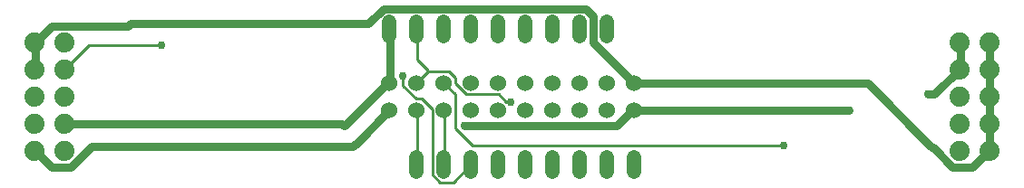
<source format=gbr>
G04 EAGLE Gerber RS-274X export*
G75*
%MOMM*%
%FSLAX34Y34*%
%LPD*%
%INBottom Copper*%
%IPPOS*%
%AMOC8*
5,1,8,0,0,1.08239X$1,22.5*%
G01*
%ADD10C,1.530000*%
%ADD11C,1.879600*%
%ADD12C,1.320800*%
%ADD13C,0.762000*%
%ADD14C,0.756400*%
%ADD15C,0.254000*%


D10*
X393700Y139700D03*
X393700Y165100D03*
X419100Y139700D03*
X419100Y165100D03*
X444500Y139700D03*
X444500Y165100D03*
X469900Y139700D03*
X469900Y165100D03*
X495300Y139700D03*
X495300Y165100D03*
X520700Y139700D03*
X520700Y165100D03*
X546100Y139700D03*
X546100Y165100D03*
X571500Y139700D03*
X571500Y165100D03*
X596900Y139700D03*
X596900Y165100D03*
X622300Y139700D03*
X622300Y165100D03*
D11*
X62230Y203200D03*
X90170Y203200D03*
X62230Y177800D03*
X90170Y177800D03*
X62230Y152400D03*
X90170Y152400D03*
X62230Y127000D03*
X90170Y127000D03*
X62230Y101600D03*
X90170Y101600D03*
X953770Y101600D03*
X925830Y101600D03*
X953770Y127000D03*
X925830Y127000D03*
X953770Y152400D03*
X925830Y152400D03*
X953770Y177800D03*
X925830Y177800D03*
X953770Y203200D03*
X925830Y203200D03*
D12*
X393700Y209296D02*
X393700Y222504D01*
X419100Y222504D02*
X419100Y209296D01*
X444500Y209296D02*
X444500Y222504D01*
X469900Y222504D02*
X469900Y209296D01*
X495300Y209296D02*
X495300Y222504D01*
X520700Y222504D02*
X520700Y209296D01*
X546100Y209296D02*
X546100Y222504D01*
X571500Y222504D02*
X571500Y209296D01*
X596900Y209296D02*
X596900Y222504D01*
X622300Y95504D02*
X622300Y82296D01*
X596900Y82296D02*
X596900Y95504D01*
X571500Y95504D02*
X571500Y82296D01*
X546100Y82296D02*
X546100Y95504D01*
X520700Y95504D02*
X520700Y82296D01*
X495300Y82296D02*
X495300Y95504D01*
X469900Y95504D02*
X469900Y82296D01*
X444500Y82296D02*
X444500Y95504D01*
X419100Y95504D02*
X419100Y82296D01*
D13*
X361696Y107696D02*
X393700Y139700D01*
X149352Y218440D02*
X78232Y218440D01*
X62992Y203200D01*
X62230Y203200D01*
X62992Y200152D02*
X62992Y177800D01*
X62230Y177800D01*
X62992Y200152D02*
X62230Y203200D01*
X115824Y105664D02*
X358648Y105664D01*
X115824Y105664D02*
X96520Y86360D01*
X78232Y86360D01*
X62992Y101600D01*
X358648Y105664D02*
X361696Y107696D01*
X62992Y101600D02*
X62230Y101600D01*
X902208Y103632D02*
X919480Y86360D01*
X937768Y86360D01*
X953008Y101600D01*
X953770Y101600D01*
X954024Y104648D02*
X954024Y127000D01*
X953770Y127000D01*
X954024Y104648D02*
X953770Y101600D01*
X954024Y130048D02*
X954024Y152400D01*
X953770Y152400D01*
X954024Y130048D02*
X953770Y127000D01*
X954024Y155448D02*
X954024Y177800D01*
X953770Y177800D01*
X954024Y155448D02*
X953770Y152400D01*
X954024Y180848D02*
X954024Y203200D01*
X953770Y203200D01*
X954024Y180848D02*
X953770Y177800D01*
X840232Y164592D02*
X622808Y164592D01*
X840232Y164592D02*
X899160Y105664D01*
X622808Y164592D02*
X622300Y165100D01*
X899160Y105664D02*
X902208Y103632D01*
X373888Y220472D02*
X152400Y220472D01*
X373888Y220472D02*
X388112Y234696D01*
X577088Y234696D01*
X584200Y227584D01*
X584200Y203200D01*
X622300Y165100D01*
X152400Y220472D02*
X149352Y218440D01*
D14*
X361696Y107696D03*
X149352Y218440D03*
X902208Y103632D03*
D13*
X394208Y165608D02*
X394208Y215392D01*
X393700Y215900D01*
X394208Y165608D02*
X393700Y165100D01*
X390144Y163576D02*
X351536Y124968D01*
X390144Y163576D02*
X393700Y165100D01*
X348488Y127000D02*
X90170Y127000D01*
X348488Y127000D02*
X351536Y124968D01*
X896112Y154432D02*
X902208Y154432D01*
X925576Y177800D01*
X925830Y177800D01*
X926592Y180848D02*
X926592Y203200D01*
X925830Y203200D01*
X926592Y180848D02*
X925830Y177800D01*
X822960Y139192D02*
X622808Y139192D01*
X622300Y139700D01*
X605536Y124968D02*
X463296Y124968D01*
X605536Y124968D02*
X618744Y138176D01*
X622300Y139700D01*
D14*
X351536Y124968D03*
X896112Y154432D03*
X822960Y139192D03*
X463296Y124968D03*
D15*
X180848Y200152D02*
X112776Y200152D01*
X90424Y177800D01*
X90170Y177800D01*
D14*
X180848Y200152D03*
D15*
X406400Y171704D02*
X406400Y162560D01*
X418592Y150368D01*
X423672Y150368D01*
X433832Y140208D01*
X433832Y79248D01*
X440944Y72136D01*
X453136Y72136D01*
X469900Y88900D01*
D14*
X406400Y171704D03*
D15*
X445008Y139192D02*
X445008Y89408D01*
X444500Y88900D01*
X445008Y139192D02*
X444500Y139700D01*
X419608Y139192D02*
X419608Y89408D01*
X419100Y88900D01*
X419608Y139192D02*
X419100Y139700D01*
X502920Y147320D02*
X506984Y147320D01*
X502920Y147320D02*
X495808Y154432D01*
X465328Y154432D01*
X455168Y164592D01*
X455168Y169672D01*
X449072Y175768D01*
X429768Y175768D01*
X419100Y165100D01*
X419608Y186944D02*
X419608Y215392D01*
X419608Y186944D02*
X429768Y176784D01*
X419608Y215392D02*
X419100Y215900D01*
X429768Y176784D02*
X429768Y175768D01*
D14*
X506984Y147320D03*
D15*
X471424Y106680D02*
X762000Y106680D01*
X471424Y106680D02*
X455168Y122936D01*
X455168Y154432D01*
X444500Y165100D01*
D14*
X762000Y106680D03*
M02*

</source>
